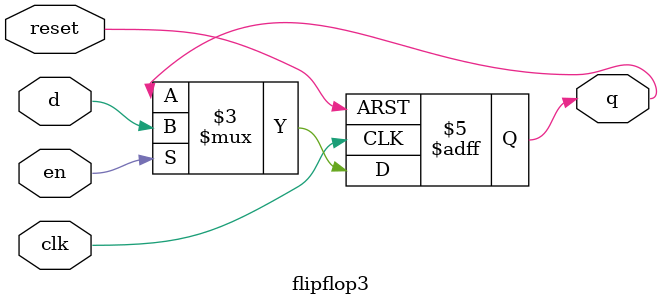
<source format=v>

module flipflop3(
  input wire clk,   //Señal de reloj
  input wire reset, //Señal de reset
  input wire en,    //Señal de habilitación
  input wire d,     //Entrada
  output reg q      //Salida
);

  always @(posedge clk or posedge reset) begin    //posedge = flancos de subida
    if (reset)       // Si se activa la señal de reinicio
      q <= 1'b0;     // Reiniciar la salida a 0
    else if (en)     // Si la señal de habilitación está activa
      q <= d;        // La salida toma el valor de la entrada de datos en el flanco de reloj positivo
    else
      q <= q;        // Ni enable, ni reset están activos
  end
endmodule

</source>
